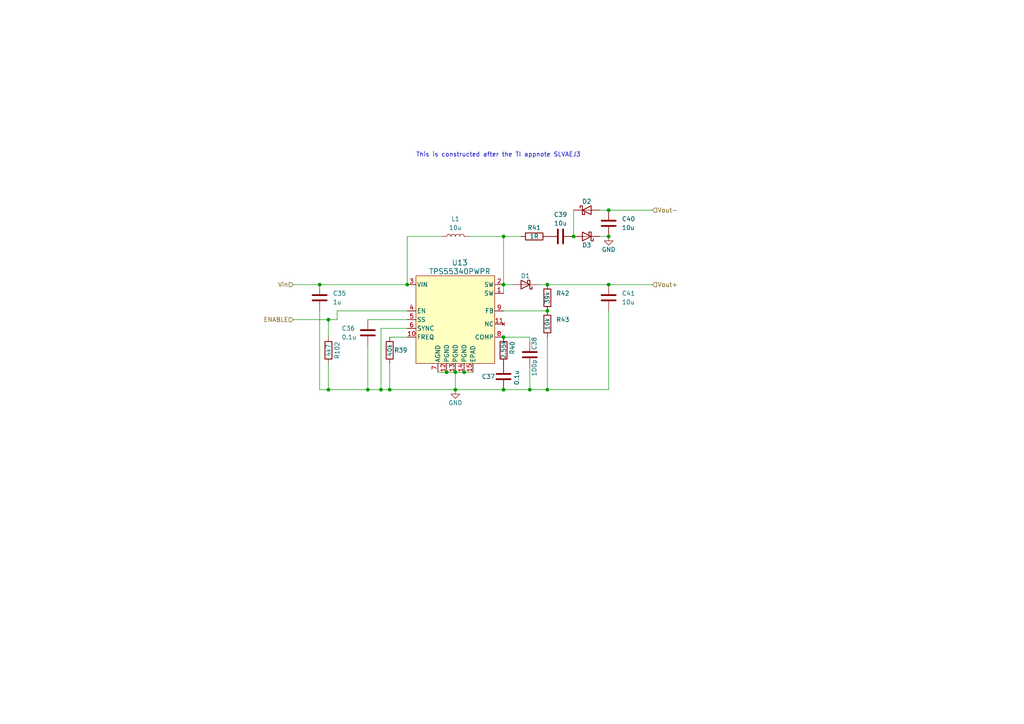
<source format=kicad_sch>
(kicad_sch (version 20230121) (generator eeschema)
  (paper "A4")
  (title_block (title "2D5 experiment board") (date "2023-12-01") (rev "0.1") (company "Apertus"))
  (lib_symbols
    (symbol "Device:C" (pin_numbers hide) (pin_names (offset 0.254))
      (property "Reference" "C" (at 0.635 2.54 0))
      (property "Value" "C" (at 0.635 -2.54 0))
      (symbol "C_0_1"
        (polyline (pts (xy -2.032 -0.762) (xy 2.032 -0.762)) (stroke (width 0.508)))
        (polyline (pts (xy -2.032 0.762) (xy 2.032 0.762)) (stroke (width 0.508)))
      )
      (symbol "C_1_1"
        (pin passive line (at 0 3.81 270) (length 2.794) (name "~") (number "1"))
        (pin passive line (at 0 -3.81 90) (length 2.794) (name "~") (number "2"))
      )
    )
    (symbol "Device:D_Schottky" (pin_numbers hide) (pin_names (offset 1.016) hide)
      (property "Reference" "D" (at 0 2.54 0))
      (property "Value" "D_Schottky" (at 0 -2.54 0))
      (symbol "D_Schottky_0_1"
        (polyline (pts (xy 1.27 0) (xy -1.27 0)))
        (polyline (pts (xy 1.27 1.27) (xy 1.27 -1.27) (xy -1.27 0) (xy 1.27 1.27)) (stroke (width 0.254)))
        (polyline (pts (xy -1.905 0.635) (xy -1.905 1.27) (xy -1.27 1.27) (xy -1.27 -1.27) (xy -0.635 -1.27) (xy -0.635 -0.635)) (stroke (width 0.254)))
      )
      (symbol "D_Schottky_1_1"
        (pin passive line (at -3.81 0 0) (length 2.54) (name "K") (number "1"))
        (pin passive line (at 3.81 0 180) (length 2.54) (name "A") (number "2"))
      )
    )
    (symbol "Device:L" (pin_numbers hide) (pin_names (offset 1.016) hide)
      (property "Reference" "L" (at -1.27 0 90))
      (property "Value" "L" (at 1.905 0 90))
      (symbol "L_0_1"
        (arc (start 0 -2.54) (mid 0.6323 -1.905) (end 0 -1.27))
        (arc (start 0 -1.27) (mid 0.6323 -0.635) (end 0 0))
        (arc (start 0 0) (mid 0.6323 0.635) (end 0 1.27))
        (arc (start 0 1.27) (mid 0.6323 1.905) (end 0 2.54))
      )
      (symbol "L_1_1"
        (pin passive line (at 0 3.81 270) (length 1.27) (name "1") (number "1"))
        (pin passive line (at 0 -3.81 90) (length 1.27) (name "2") (number "2"))
      )
    )
    (symbol "Device:R" (pin_numbers hide) (pin_names (offset 0))
      (property "Reference" "R" (at 2.032 0 90))
      (property "Value" "R" (at 0 0 90))
      (symbol "R_0_1"
        (rectangle (start -1.016 -2.54) (end 1.016 2.54) (stroke (width 0.254)))
      )
      (symbol "R_1_1"
        (pin passive line (at 0 3.81 270) (length 1.27) (name "~") (number "1"))
        (pin passive line (at 0 -3.81 90) (length 1.27) (name "~") (number "2"))
      )
    )
    (symbol "TPS55340PWR:TPS55340PWPR" (pin_names (offset 0.254))
      (property "Reference" "U" (at 1.27 19.05 0))
      (property "Value" "TPS55340PWPR" (at 1.27 16.51 0))
      (symbol "TPS55340PWPR_1_1"
        (rectangle (start -11.43 12.7) (end 11.43 -12.7) (fill (type background)))
        (pin unspecified line (at 13.97 7.62 180) (length 2.54) (name "SW") (number "1"))
        (pin unspecified line (at -13.97 -5.08 0) (length 2.54) (name "FREQ") (number "10"))
        (pin no_connect line (at 13.97 -1.27 180) (length 2.54) (name "NC") (number "11"))
        (pin power_in line (at -2.54 -15.24 90) (length 2.54) (name "PGND") (number "12"))
        (pin power_in line (at 0 -15.24 90) (length 2.54) (name "PGND") (number "13"))
        (pin power_in line (at 2.54 -15.24 90) (length 2.54) (name "PGND") (number "14"))
        (pin unspecified line (at 5.08 -15.24 90) (length 2.54) (name "EPAD") (number "15"))
        (pin unspecified line (at 13.97 10.16 180) (length 2.54) (name "SW") (number "2"))
        (pin input line (at -13.97 10.16 0) (length 2.54) (name "VIN") (number "3"))
        (pin unspecified line (at -13.97 2.54 0) (length 2.54) (name "EN") (number "4"))
        (pin unspecified line (at -13.97 0 0) (length 2.54) (name "SS") (number "5"))
        (pin unspecified line (at -13.97 -2.54 0) (length 2.54) (name "SYNC") (number "6"))
        (pin power_in line (at -5.08 -15.24 90) (length 2.54) (name "AGND") (number "7"))
        (pin unspecified line (at 13.97 -5.08 180) (length 2.54) (name "COMP") (number "8"))
        (pin unspecified line (at 13.97 2.54 180) (length 2.54) (name "FB") (number "9"))
      )
    )
    (symbol "power:GND" (power) (pin_names (offset 0))
      (property "Value" "GND" (at 0 -3.81 0))
      (symbol "GND_0_1"
        (polyline (pts (xy 0 0) (xy 0 -1.27) (xy 1.27 -1.27) (xy 0 -2.54) (xy -1.27 -1.27) (xy 0 -1.27)))
      )
      (symbol "GND_1_1"
        (pin power_in line (at 0 0 270) (length 0) hide (name "GND") (number "1"))
      )
    )
  )
  (junction (at 176.53 82.55))
  (junction (at 166.37 68.58))
  (junction (at 118.11 82.55))
  (junction (at 113.03 113.03))
  (junction (at 158.75 82.55))
  (junction (at 146.05 82.55))
  (junction (at 158.75 90.17))
  (junction (at 134.62 107.95))
  (junction (at 153.67 113.03))
  (junction (at 132.08 113.03))
  (junction (at 92.71 82.55))
  (junction (at 176.53 60.96))
  (junction (at 146.05 97.79))
  (junction (at 110.49 113.03))
  (junction (at 95.25 113.03))
  (junction (at 146.05 68.58))
  (junction (at 146.05 113.03))
  (junction (at 176.53 68.58))
  (junction (at 95.25 92.71))
  (junction (at 129.54 107.95))
  (junction (at 158.75 113.03))
  (junction (at 106.68 113.03))
  (junction (at 132.08 107.95))
  (wire (pts (xy 176.53 113.03) (xy 176.53 90.17)))
  (wire (pts (xy 146.05 68.58) (xy 146.05 82.55)))
  (wire (pts (xy 156.21 82.55) (xy 158.75 82.55)))
  (wire (pts (xy 146.05 90.17) (xy 158.75 90.17)))
  (wire (pts (xy 113.03 105.41) (xy 113.03 113.03)))
  (wire (pts (xy 135.89 68.58) (xy 146.05 68.58)))
  (wire (pts (xy 85.09 92.71) (xy 95.25 92.71)))
  (wire (pts (xy 110.49 113.03) (xy 113.03 113.03)))
  (wire (pts (xy 113.03 97.79) (xy 118.11 97.79)))
  (wire (pts (xy 95.25 92.71) (xy 95.25 97.79)))
  (wire (pts (xy 166.37 60.96) (xy 166.37 68.58)))
  (wire (pts (xy 176.53 60.96) (xy 189.23 60.96)))
  (wire (pts (xy 106.68 100.33) (xy 106.68 113.03)))
  (wire (pts (xy 132.08 113.03) (xy 132.08 107.95)))
  (wire (pts (xy 113.03 113.03) (xy 132.08 113.03)))
  (wire (pts (xy 153.67 113.03) (xy 158.75 113.03)))
  (wire (pts (xy 92.71 82.55) (xy 118.11 82.55)))
  (wire (pts (xy 132.08 107.95) (xy 134.62 107.95)))
  (wire (pts (xy 158.75 113.03) (xy 176.53 113.03)))
  (wire (pts (xy 173.99 68.58) (xy 176.53 68.58)))
  (wire (pts (xy 153.67 99.06) (xy 153.67 97.79)))
  (wire (pts (xy 92.71 113.03) (xy 95.25 113.03)))
  (wire (pts (xy 134.62 107.95) (xy 137.16 107.95)))
  (wire (pts (xy 85.09 82.55) (xy 92.71 82.55)))
  (wire (pts (xy 95.25 92.71) (xy 97.79 92.71)))
  (wire (pts (xy 118.11 95.25) (xy 110.49 95.25)))
  (wire (pts (xy 106.68 92.71) (xy 118.11 92.71)))
  (wire (pts (xy 153.67 97.79) (xy 146.05 97.79)))
  (wire (pts (xy 106.68 113.03) (xy 110.49 113.03)))
  (wire (pts (xy 97.79 90.17) (xy 118.11 90.17)))
  (wire (pts (xy 176.53 60.96) (xy 173.99 60.96)))
  (wire (pts (xy 127 107.95) (xy 129.54 107.95)))
  (wire (pts (xy 92.71 90.17) (xy 92.71 113.03)))
  (wire (pts (xy 153.67 106.68) (xy 153.67 113.03)))
  (wire (pts (xy 146.05 68.58) (xy 151.13 68.58)))
  (wire (pts (xy 146.05 113.03) (xy 153.67 113.03)))
  (wire (pts (xy 146.05 82.55) (xy 146.05 85.09)))
  (wire (pts (xy 176.53 82.55) (xy 189.23 82.55)))
  (wire (pts (xy 132.08 113.03) (xy 146.05 113.03)))
  (wire (pts (xy 146.05 82.55) (xy 148.59 82.55)))
  (wire (pts (xy 118.11 68.58) (xy 128.27 68.58)))
  (wire (pts (xy 95.25 105.41) (xy 95.25 113.03)))
  (wire (pts (xy 97.79 92.71) (xy 97.79 90.17)))
  (wire (pts (xy 129.54 107.95) (xy 132.08 107.95)))
  (wire (pts (xy 158.75 97.79) (xy 158.75 113.03)))
  (wire (pts (xy 158.75 82.55) (xy 176.53 82.55)))
  (wire (pts (xy 118.11 68.58) (xy 118.11 82.55)))
  (wire (pts (xy 95.25 113.03) (xy 106.68 113.03)))
  (wire (pts (xy 110.49 95.25) (xy 110.49 113.03)))
  (text "This is constructed after the TI appnote SLVAEJ3" (at 120.65 45.72 0) (effects (font (size 1.27 1.27)) (justify left bottom)))
  (hierarchical_label "Vout+" (shape input) (at 189.23 82.55 0))
  (hierarchical_label "ENABLE" (shape input) (at 85.09 92.71 180))
  (hierarchical_label "Vin" (shape input) (at 85.09 82.55 180))
  (hierarchical_label "Vout-" (shape input) (at 189.23 60.96 0))
  (symbol (lib_id "Device:D_Schottky") (at 170.18 68.58 180) (unit 1)
    (property "Reference" "D3" (at 170.18 71.12 0))
    (property "Value" "D_Schottky" (effects hide))
    (property "Footprint" "Diode_SMD:D_SMA" (effects hide))
    (property "MPN" "C8678" (effects hide))
  )
  (symbol (lib_id "Device:R") (at 95.25 101.6 0) (mirror y) (unit 1)
    (property "Reference" "R102" (at 97.79 99.06 90) (effects (justify right)))
    (property "Value" "4k7" (at 95.25 101.6 90))
    (property "Footprint" "Resistor_SMD:R_0603_1608Metric" (effects hide))
    (instances (project "zynq-test-board" (path "" (reference "R102") (unit 1)) (path "" (reference "R101") (unit 1)) (path "" (reference "R103") (unit 1)) (path "" (reference "R104") (unit 1)) (path "" (reference "R105") (unit 1)) (path "" (reference "R106") (unit 1))))
  )
  (symbol (lib_id "Device:C") (at 176.53 86.36 0) (unit 1)
    (property "Reference" "C41" (at 180.34 85.09 0) (effects (justify left)))
    (property "Value" "10u" (at 180.34 87.63 0) (effects (justify left)))
    (property "Footprint" "Capacitor_SMD:C_0805_2012Metric" (effects hide))
  )
  (symbol (lib_id "Device:C") (at 176.53 64.77 0) (unit 1)
    (property "Reference" "C40" (at 180.34 63.5 0) (effects (justify left)))
    (property "Value" "10u" (at 180.34 66.04 0) (effects (justify left)))
    (property "Footprint" "Capacitor_SMD:C_0805_2012Metric" (effects hide))
  )
  (symbol (lib_id "power:GND") (at 132.08 113.03 0) (unit 1)
    (property "Reference" "#PWR037" (effects hide))
    (property "Value" "GND" (at 132.08 116.84 0))
  )
  (symbol (lib_id "Device:R") (at 154.94 68.58 90) (unit 1)
    (property "Reference" "R41" (at 154.94 66.04 90))
    (property "Value" "1R" (at 154.94 68.58 90))
    (property "Footprint" "Resistor_SMD:R_0805_2012Metric" (effects hide))
  )
  (symbol (lib_id "Device:C") (at 92.71 86.36 0) (unit 1)
    (property "Reference" "C35" (at 96.52 85.09 0) (effects (justify left)))
    (property "Value" "1u" (at 96.52 87.63 0) (effects (justify left)))
    (property "Footprint" "Capacitor_SMD:C_0603_1608Metric" (effects hide))
  )
  (symbol (lib_id "Device:C") (at 153.67 102.87 0) (unit 1)
    (property "Reference" "C38" (at 154.94 101.6 90) (effects (justify left)))
    (property "Value" "100p" (at 154.94 109.22 90) (effects (justify left)))
    (property "Footprint" "Capacitor_SMD:C_0603_1608Metric" (effects hide))
  )
  (symbol (lib_id "Device:L") (at 132.08 68.58 90) (unit 1)
    (property "Reference" "L1" (at 132.08 63.5 90))
    (property "Value" "10u" (at 132.08 66.04 90))
    (property "Footprint" "Inductor_SMD:L_Abracon_ASPI-0630LR" (effects hide))
    (property "MPN" "C128692" (effects hide))
  )
  (symbol (lib_id "Device:C") (at 106.68 96.52 0) (unit 1)
    (property "Reference" "C36" (at 99.06 95.25 0) (effects (justify left)))
    (property "Value" "0.1u" (at 99.06 97.79 0) (effects (justify left)))
    (property "Footprint" "Capacitor_SMD:C_0603_1608Metric" (effects hide))
  )
  (symbol (lib_id "TPS55340PWR:TPS55340PWPR") (at 132.08 92.71 0) (unit 1)
    (property "Reference" "U13" (at 133.35 76.2 0) (effects (font (size 1.524 1.524))))
    (property "Value" "TPS55340PWPR" (at 133.35 78.74 0) (effects (font (size 1.524 1.524))))
    (property "Footprint" "custom_parts:PWP14" (effects hide))
    (property "Datasheet" "TPS55340PWPR" (effects hide))
    (instances (project "zynq-test-board" (path "" (reference "U13") (unit 1)) (path "" (reference "U11") (unit 1)) (path "" (reference "U11") (unit 1))))
  )
  (symbol (lib_id "Device:C") (at 146.05 109.22 0) (unit 1)
    (property "Reference" "C37" (at 139.7 109.22 0) (effects (justify left)))
    (property "Value" "0.1u" (at 149.86 111.76 90) (effects (justify left)))
    (property "Footprint" "Capacitor_SMD:C_0603_1608Metric" (effects hide))
  )
  (symbol (lib_id "Device:C") (at 162.56 68.58 90) (unit 1)
    (property "Reference" "C39" (at 162.56 62.23 90))
    (property "Value" "10u" (at 162.56 64.77 90))
    (property "Footprint" "Capacitor_SMD:C_0805_2012Metric" (effects hide))
  )
  (symbol (lib_id "Device:D_Schottky") (at 152.4 82.55 180) (unit 1)
    (property "Reference" "D1" (at 152.4 80.01 0))
    (property "Value" "D_Schottky" (effects hide))
    (property "Footprint" "Diode_SMD:D_SMA" (effects hide))
    (property "MPN" "C8678" (effects hide))
  )
  (symbol (lib_id "power:GND") (at 176.53 68.58 0) (unit 1)
    (property "Reference" "#PWR038" (effects hide))
    (property "Value" "GND" (at 176.53 72.39 0))
  )
  (symbol (lib_id "Device:R") (at 158.75 86.36 0) (unit 1)
    (property "Reference" "R42" (at 161.29 85.09 0) (effects (justify left)))
    (property "Value" "39k" (at 158.75 86.36 90))
    (property "Footprint" "Resistor_SMD:R_0603_1608Metric" (effects hide))
  )
  (symbol (lib_id "Device:R") (at 113.03 101.6 0) (unit 1)
    (property "Reference" "R39" (at 114.3 101.6 0) (effects (justify left)))
    (property "Value" "40k" (at 113.03 101.6 90))
    (property "Footprint" "Resistor_SMD:R_0603_1608Metric" (effects hide))
  )
  (symbol (lib_id "Device:R") (at 146.05 101.6 0) (unit 1)
    (property "Reference" "R40" (at 148.59 102.87 90) (effects (justify left)))
    (property "Value" "2.55k" (at 146.05 104.14 90) (effects (justify left)))
    (property "Footprint" "Resistor_SMD:R_0603_1608Metric" (effects hide))
  )
  (symbol (lib_id "Device:D_Schottky") (at 170.18 60.96 0) (unit 1)
    (property "Reference" "D2" (at 170.18 58.42 0))
    (property "Value" "D_Schottky" (effects hide))
    (property "Footprint" "Diode_SMD:D_SMA" (effects hide))
    (property "MPN" "C8678" (effects hide))
  )
  (symbol (lib_id "Device:R") (at 158.75 93.98 0) (unit 1)
    (property "Reference" "R43" (at 161.29 92.71 0) (effects (justify left)))
    (property "Value" "10k" (at 158.75 93.98 90))
    (property "Footprint" "Resistor_SMD:R_0603_1608Metric" (effects hide))
  )
)
</source>
